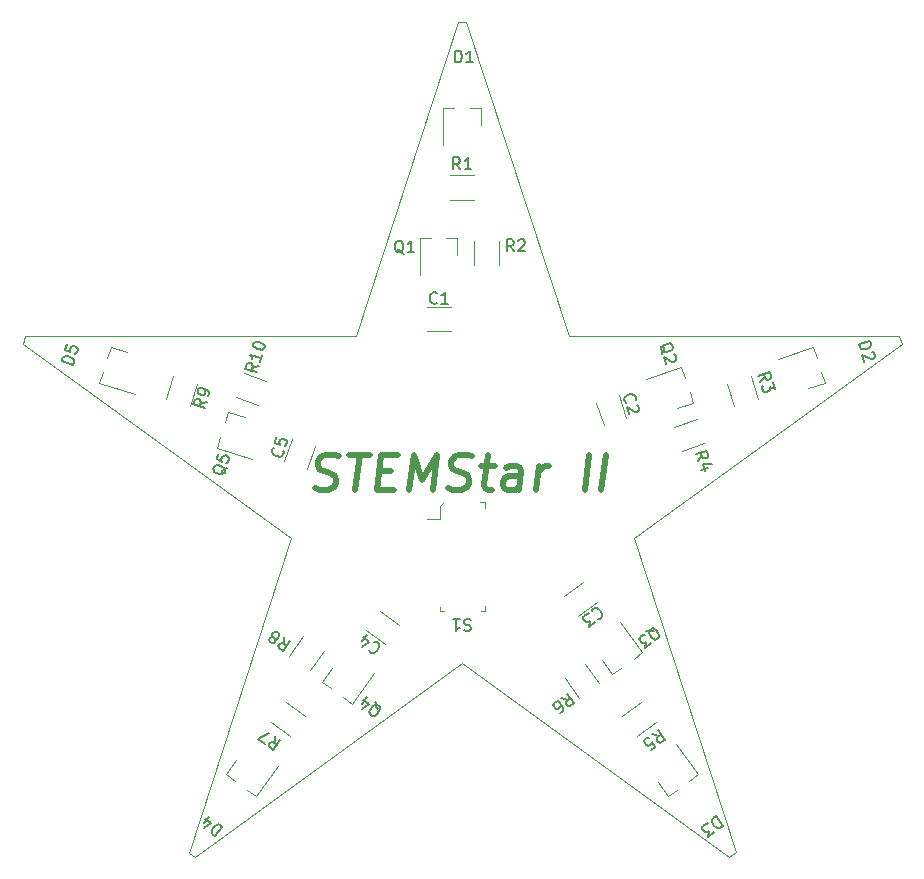
<source format=gto>
G04 #@! TF.GenerationSoftware,KiCad,Pcbnew,(5.0.0)*
G04 #@! TF.CreationDate,2018-11-25T22:53:09-05:00*
G04 #@! TF.ProjectId,Blink_Badge,426C696E6B5F42616467652E6B696361,B*
G04 #@! TF.SameCoordinates,Original*
G04 #@! TF.FileFunction,Legend,Top*
G04 #@! TF.FilePolarity,Positive*
%FSLAX46Y46*%
G04 Gerber Fmt 4.6, Leading zero omitted, Abs format (unit mm)*
G04 Created by KiCad (PCBNEW (5.0.0)) date 11/25/18 22:53:09*
%MOMM*%
%LPD*%
G01*
G04 APERTURE LIST*
%ADD10C,0.100000*%
%ADD11C,0.500000*%
%ADD12C,0.120000*%
%ADD13C,0.150000*%
G04 APERTURE END LIST*
D10*
X159900000Y-140450000D02*
X160475000Y-140025000D01*
X114100000Y-140075000D02*
X114625000Y-140475000D01*
X100250000Y-96350000D02*
X100050000Y-96975000D01*
X136950000Y-69700000D02*
X137625000Y-69700000D01*
X174250000Y-96350000D02*
X174475000Y-97025000D01*
X174250000Y-96350000D02*
X146290000Y-96345000D01*
D11*
X124789553Y-109214285D02*
X125200267Y-109357142D01*
X125914553Y-109357142D01*
X126218125Y-109214285D01*
X126378839Y-109071428D01*
X126557410Y-108785714D01*
X126593125Y-108500000D01*
X126485982Y-108214285D01*
X126360982Y-108071428D01*
X126093125Y-107928571D01*
X125539553Y-107785714D01*
X125271696Y-107642857D01*
X125146696Y-107500000D01*
X125039553Y-107214285D01*
X125075267Y-106928571D01*
X125253839Y-106642857D01*
X125414553Y-106500000D01*
X125718125Y-106357142D01*
X126432410Y-106357142D01*
X126843125Y-106500000D01*
X127718125Y-106357142D02*
X129432410Y-106357142D01*
X128200267Y-109357142D02*
X128575267Y-106357142D01*
X130253839Y-107785714D02*
X131253839Y-107785714D01*
X131485982Y-109357142D02*
X130057410Y-109357142D01*
X130432410Y-106357142D01*
X131860982Y-106357142D01*
X132771696Y-109357142D02*
X133146696Y-106357142D01*
X133878839Y-108500000D01*
X135146696Y-106357142D01*
X134771696Y-109357142D01*
X136075267Y-109214285D02*
X136485982Y-109357142D01*
X137200267Y-109357142D01*
X137503839Y-109214285D01*
X137664553Y-109071428D01*
X137843125Y-108785714D01*
X137878839Y-108500000D01*
X137771696Y-108214285D01*
X137646696Y-108071428D01*
X137378839Y-107928571D01*
X136825267Y-107785714D01*
X136557410Y-107642857D01*
X136432410Y-107500000D01*
X136325267Y-107214285D01*
X136360982Y-106928571D01*
X136539553Y-106642857D01*
X136700267Y-106500000D01*
X137003839Y-106357142D01*
X137718125Y-106357142D01*
X138128839Y-106500000D01*
X138878839Y-107357142D02*
X140021696Y-107357142D01*
X139432410Y-106357142D02*
X139110982Y-108928571D01*
X139218125Y-109214285D01*
X139485982Y-109357142D01*
X139771696Y-109357142D01*
X142057410Y-109357142D02*
X142253839Y-107785714D01*
X142146696Y-107500000D01*
X141878839Y-107357142D01*
X141307410Y-107357142D01*
X141003839Y-107500000D01*
X142075267Y-109214285D02*
X141771696Y-109357142D01*
X141057410Y-109357142D01*
X140789553Y-109214285D01*
X140682410Y-108928571D01*
X140718125Y-108642857D01*
X140896696Y-108357142D01*
X141200267Y-108214285D01*
X141914553Y-108214285D01*
X142218125Y-108071428D01*
X143485982Y-109357142D02*
X143735982Y-107357142D01*
X143664553Y-107928571D02*
X143843125Y-107642857D01*
X144003839Y-107500000D01*
X144307410Y-107357142D01*
X144593125Y-107357142D01*
X147628839Y-109357142D02*
X148003839Y-106357142D01*
X149057410Y-109357142D02*
X149432410Y-106357142D01*
D10*
X137290000Y-123995000D02*
X114625000Y-140475000D01*
X159900000Y-140450000D02*
X137290000Y-123995000D01*
X151840000Y-113445000D02*
X160475000Y-140025000D01*
X174475000Y-97025000D02*
X151840000Y-113445000D01*
X122740000Y-113445000D02*
X114100000Y-140075000D01*
X100050000Y-96975000D02*
X122740000Y-113445000D01*
X128290000Y-96345000D02*
X100250000Y-96350000D01*
X136950000Y-69700000D02*
X128290000Y-96345000D01*
X137625000Y-69700000D02*
X146290000Y-96345000D01*
G04 #@! TO.C,S1*
X135740000Y-110375000D02*
X135365000Y-110725000D01*
X135365000Y-110725000D02*
X135365000Y-111825000D01*
X135365000Y-111825000D02*
X134315000Y-111825000D01*
X139215000Y-110850000D02*
X139215000Y-110375000D01*
X139215000Y-110375000D02*
X138815000Y-110375000D01*
X135740000Y-119625000D02*
X135365000Y-119625000D01*
X135365000Y-119625000D02*
X135365000Y-119275000D01*
X139215000Y-119225000D02*
X139215000Y-119625000D01*
X139215000Y-119625000D02*
X138840000Y-119625000D01*
D12*
G04 #@! TO.C,C1*
X134300000Y-95920000D02*
X136300000Y-95920000D01*
X136300000Y-93880000D02*
X134300000Y-93880000D01*
G04 #@! TO.C,C2*
X151179095Y-103235859D02*
X150561061Y-101333746D01*
X148620905Y-101964141D02*
X149238939Y-103866254D01*
G04 #@! TO.C,C3*
X147509476Y-117187017D02*
X145891442Y-118362588D01*
X147090524Y-120012983D02*
X148708558Y-118837412D01*
G04 #@! TO.C,C4*
X129091442Y-121237412D02*
X130709476Y-122412983D01*
X131908558Y-120762588D02*
X130290524Y-119587017D01*
G04 #@! TO.C,C5*
X124161061Y-107566254D02*
X124779095Y-105664141D01*
X122838939Y-105033746D02*
X122220905Y-106935859D01*
G04 #@! TO.C,R7*
X122680087Y-130203433D02*
X121062053Y-129027863D01*
X122319913Y-127296567D02*
X123937947Y-128472137D01*
G04 #@! TO.C,R1*
X138250000Y-84820000D02*
X136250000Y-84820000D01*
X136250000Y-82680000D02*
X138250000Y-82680000D01*
G04 #@! TO.C,R3*
X161708613Y-99718295D02*
X162326647Y-101620408D01*
X160291387Y-102281705D02*
X159673353Y-100379592D01*
G04 #@! TO.C,R4*
X155218295Y-103991387D02*
X157120408Y-103373353D01*
X157781705Y-105408613D02*
X155879592Y-106026647D01*
G04 #@! TO.C,R5*
X153687947Y-129027863D02*
X152069913Y-130203433D01*
X150812053Y-128472137D02*
X152430087Y-127296567D01*
G04 #@! TO.C,R9*
X114826647Y-100379592D02*
X114208613Y-102281705D01*
X112173353Y-101620408D02*
X112791387Y-99718295D01*
G04 #@! TO.C,R8*
X122646567Y-123380087D02*
X123822137Y-121762053D01*
X125553433Y-123019913D02*
X124377863Y-124637947D01*
G04 #@! TO.C,R6*
X147677863Y-124062053D02*
X148853433Y-125680087D01*
X147122137Y-126937947D02*
X145946567Y-125319913D01*
G04 #@! TO.C,R10*
X118779592Y-99473353D02*
X120681705Y-100091387D01*
X120020408Y-102126647D02*
X118118295Y-101508613D01*
G04 #@! TO.C,R2*
X138230000Y-90300000D02*
X138230000Y-88300000D01*
X140370000Y-88300000D02*
X140370000Y-90300000D01*
G04 #@! TO.C,D1*
X138830000Y-76990000D02*
X138830000Y-78450000D01*
X135670000Y-76990000D02*
X135670000Y-80150000D01*
X135670000Y-76990000D02*
X136600000Y-76990000D01*
X138830000Y-76990000D02*
X137900000Y-76990000D01*
G04 #@! TO.C,D2*
X167961050Y-100267816D02*
X166572507Y-100718981D01*
X166984556Y-97262478D02*
X163979218Y-98238971D01*
X166984556Y-97262478D02*
X167271942Y-98146960D01*
X167961050Y-100267816D02*
X167673664Y-99383334D01*
G04 #@! TO.C,D3*
X154668470Y-135293554D02*
X155420856Y-134746913D01*
X157224964Y-133436152D02*
X156472578Y-133982793D01*
X157224964Y-133436152D02*
X155367562Y-130879659D01*
X154668470Y-135293554D02*
X153810303Y-134112389D01*
G04 #@! TO.C,D5*
X107515444Y-97262478D02*
X108903986Y-97713644D01*
X106538950Y-100267816D02*
X109544289Y-101244310D01*
X106538950Y-100267816D02*
X106826336Y-99383334D01*
X107515444Y-97262478D02*
X107228058Y-98146960D01*
G04 #@! TO.C,Q1*
X136830000Y-88040000D02*
X135900000Y-88040000D01*
X133670000Y-88040000D02*
X134600000Y-88040000D01*
X133670000Y-88040000D02*
X133670000Y-91200000D01*
X136830000Y-88040000D02*
X136830000Y-89500000D01*
G04 #@! TO.C,Q2*
X156811050Y-101967816D02*
X155422507Y-102418981D01*
X155834556Y-98962478D02*
X152829218Y-99938971D01*
X155834556Y-98962478D02*
X156121942Y-99846960D01*
X156811050Y-101967816D02*
X156523664Y-101083334D01*
G04 #@! TO.C,Q3*
X149968470Y-124943554D02*
X150720856Y-124396913D01*
X152524964Y-123086152D02*
X151772578Y-123632793D01*
X152524964Y-123086152D02*
X150667562Y-120529659D01*
X149968470Y-124943554D02*
X149110303Y-123762389D01*
G04 #@! TO.C,Q4*
X125375036Y-125586152D02*
X126233203Y-124404987D01*
X127931530Y-127443554D02*
X129788931Y-124887060D01*
X127931530Y-127443554D02*
X127179144Y-126896913D01*
X125375036Y-125586152D02*
X126127422Y-126132793D01*
G04 #@! TO.C,Q5*
X117465444Y-102762478D02*
X117178058Y-103646960D01*
X116488950Y-105767816D02*
X116776336Y-104883334D01*
X116488950Y-105767816D02*
X119494289Y-106744310D01*
X117465444Y-102762478D02*
X118853986Y-103213643D01*
G04 #@! TO.C,D4*
X117275036Y-133436152D02*
X118133203Y-132254987D01*
X119831530Y-135293554D02*
X121688931Y-132737060D01*
X119831530Y-135293554D02*
X119079144Y-134746913D01*
X117275036Y-133436152D02*
X118027422Y-133982793D01*
G04 #@! TD*
G04 #@! TO.C,S1*
D13*
X138011904Y-120345238D02*
X137869047Y-120297619D01*
X137630952Y-120297619D01*
X137535714Y-120345238D01*
X137488095Y-120392857D01*
X137440476Y-120488095D01*
X137440476Y-120583333D01*
X137488095Y-120678571D01*
X137535714Y-120726190D01*
X137630952Y-120773809D01*
X137821428Y-120821428D01*
X137916666Y-120869047D01*
X137964285Y-120916666D01*
X138011904Y-121011904D01*
X138011904Y-121107142D01*
X137964285Y-121202380D01*
X137916666Y-121250000D01*
X137821428Y-121297619D01*
X137583333Y-121297619D01*
X137440476Y-121250000D01*
X136488095Y-120297619D02*
X137059523Y-120297619D01*
X136773809Y-120297619D02*
X136773809Y-121297619D01*
X136869047Y-121154761D01*
X136964285Y-121059523D01*
X137059523Y-121011904D01*
G04 #@! TO.C,C1*
X135133333Y-93507142D02*
X135085714Y-93554761D01*
X134942857Y-93602380D01*
X134847619Y-93602380D01*
X134704761Y-93554761D01*
X134609523Y-93459523D01*
X134561904Y-93364285D01*
X134514285Y-93173809D01*
X134514285Y-93030952D01*
X134561904Y-92840476D01*
X134609523Y-92745238D01*
X134704761Y-92650000D01*
X134847619Y-92602380D01*
X134942857Y-92602380D01*
X135085714Y-92650000D01*
X135133333Y-92697619D01*
X136085714Y-93602380D02*
X135514285Y-93602380D01*
X135800000Y-93602380D02*
X135800000Y-92602380D01*
X135704761Y-92745238D01*
X135609523Y-92840476D01*
X135514285Y-92888095D01*
G04 #@! TO.C,C2*
X151173183Y-102011073D02*
X151113179Y-101980500D01*
X151023745Y-101859350D01*
X150994315Y-101768773D01*
X150995458Y-101618193D01*
X151056605Y-101498186D01*
X151132467Y-101423467D01*
X151298905Y-101319318D01*
X151434770Y-101275173D01*
X151630639Y-101261601D01*
X151735931Y-101277459D01*
X151855938Y-101338606D01*
X151945372Y-101459756D01*
X151974802Y-101550333D01*
X151973659Y-101700913D01*
X151943086Y-101760917D01*
X152060806Y-102123224D02*
X152120810Y-102153797D01*
X152195528Y-102229659D01*
X152269104Y-102456101D01*
X152253246Y-102561393D01*
X152222672Y-102621396D01*
X152146811Y-102696115D01*
X152056234Y-102725545D01*
X151905653Y-102724402D01*
X151185611Y-102357522D01*
X151376908Y-102946272D01*
G04 #@! TO.C,C3*
X148253536Y-119628881D02*
X148264071Y-119562366D01*
X148351655Y-119439872D01*
X148428705Y-119383893D01*
X148572268Y-119338448D01*
X148705297Y-119359518D01*
X148799801Y-119408577D01*
X148950285Y-119534686D01*
X149034254Y-119650260D01*
X149107689Y-119832348D01*
X149125144Y-119937387D01*
X149104074Y-120070416D01*
X149016490Y-120192910D01*
X148939441Y-120248889D01*
X148795877Y-120294334D01*
X148729363Y-120283799D01*
X148515670Y-120556777D02*
X148014850Y-120920644D01*
X148060604Y-120416519D01*
X147945030Y-120500488D01*
X147839991Y-120517943D01*
X147773477Y-120507408D01*
X147678972Y-120458348D01*
X147539024Y-120265725D01*
X147521569Y-120160686D01*
X147532103Y-120094172D01*
X147581163Y-119999668D01*
X147812311Y-119831729D01*
X147917350Y-119814274D01*
X147983864Y-119824809D01*
G04 #@! TO.C,C4*
X129816135Y-122224809D02*
X129882649Y-122214274D01*
X130026213Y-122259719D01*
X130103262Y-122315698D01*
X130190846Y-122438192D01*
X130211916Y-122571221D01*
X130194461Y-122676260D01*
X130121027Y-122858348D01*
X130037057Y-122973922D01*
X129886574Y-123100031D01*
X129792069Y-123149090D01*
X129659041Y-123170160D01*
X129515477Y-123124715D01*
X129438428Y-123068736D01*
X129350844Y-122946242D01*
X129340309Y-122879728D01*
X128786815Y-122183289D02*
X129178671Y-121643944D01*
X128755519Y-122631434D02*
X129367989Y-122193514D01*
X128867169Y-121829647D01*
G04 #@! TO.C,C5*
X122123811Y-106028092D02*
X122154384Y-106088096D01*
X122155527Y-106238676D01*
X122126097Y-106329253D01*
X122036663Y-106450403D01*
X121916656Y-106511549D01*
X121811364Y-106527408D01*
X121615496Y-106513836D01*
X121479630Y-106469690D01*
X121313192Y-106365542D01*
X121237330Y-106290823D01*
X121176184Y-106170816D01*
X121175040Y-106020236D01*
X121204471Y-105929659D01*
X121293904Y-105808509D01*
X121353908Y-105777936D01*
X121542918Y-104888026D02*
X121395767Y-105340910D01*
X121833936Y-105533349D01*
X121803363Y-105473346D01*
X121787504Y-105368054D01*
X121861080Y-105141612D01*
X121935798Y-105065750D01*
X121995802Y-105035177D01*
X122101094Y-105019318D01*
X122327536Y-105092894D01*
X122403398Y-105167612D01*
X122433971Y-105227616D01*
X122449829Y-105332908D01*
X122376254Y-105559350D01*
X122301535Y-105635212D01*
X122241531Y-105665785D01*
G04 #@! TO.C,R7*
X121400739Y-130231980D02*
X121390513Y-130813154D01*
X121863034Y-130567857D02*
X121275249Y-131376874D01*
X120967052Y-131152956D01*
X120917992Y-131058452D01*
X120907457Y-130991937D01*
X120924912Y-130886898D01*
X121008882Y-130771324D01*
X121103386Y-130722265D01*
X121169900Y-130711730D01*
X121274939Y-130729185D01*
X121583136Y-130953103D01*
X120543281Y-130845068D02*
X120003936Y-130453212D01*
X120938443Y-129896103D01*
G04 #@! TO.C,R1*
X137083333Y-82202380D02*
X136750000Y-81726190D01*
X136511904Y-82202380D02*
X136511904Y-81202380D01*
X136892857Y-81202380D01*
X136988095Y-81250000D01*
X137035714Y-81297619D01*
X137083333Y-81392857D01*
X137083333Y-81535714D01*
X137035714Y-81630952D01*
X136988095Y-81678571D01*
X136892857Y-81726190D01*
X136511904Y-81726190D01*
X138035714Y-82202380D02*
X137464285Y-82202380D01*
X137750000Y-82202380D02*
X137750000Y-81202380D01*
X137654761Y-81345238D01*
X137559523Y-81440476D01*
X137464285Y-81488095D01*
G04 #@! TO.C,R3*
X162518257Y-100231283D02*
X162868135Y-99767114D01*
X162341676Y-99687823D02*
X163292732Y-99378806D01*
X163410453Y-99741113D01*
X163394595Y-99846405D01*
X163364021Y-99906408D01*
X163288160Y-99981127D01*
X163152294Y-100025272D01*
X163047003Y-100009414D01*
X162986999Y-99978841D01*
X162912280Y-99902979D01*
X162794560Y-99540672D01*
X163572319Y-100239285D02*
X163763615Y-100828035D01*
X163298302Y-100628737D01*
X163342448Y-100764602D01*
X163326589Y-100869894D01*
X163296016Y-100929897D01*
X163220154Y-101004616D01*
X162993712Y-101078191D01*
X162888420Y-101062333D01*
X162828417Y-101031760D01*
X162753698Y-100955898D01*
X162665408Y-100684168D01*
X162681266Y-100578876D01*
X162711839Y-100518872D01*
G04 #@! TO.C,R4*
X157218257Y-106881283D02*
X157568135Y-106417114D01*
X157041676Y-106337823D02*
X157992732Y-106028806D01*
X158110453Y-106391113D01*
X158094595Y-106496405D01*
X158064021Y-106556408D01*
X157988160Y-106631127D01*
X157852294Y-106675272D01*
X157747003Y-106659414D01*
X157686999Y-106628841D01*
X157612280Y-106552979D01*
X157494560Y-106190672D01*
X158117166Y-107490463D02*
X157483129Y-107696475D01*
X158405898Y-107146301D02*
X157652996Y-107140585D01*
X157844293Y-107729334D01*
G04 #@! TO.C,R5*
X153368933Y-130036051D02*
X153918503Y-130225369D01*
X153831228Y-129700174D02*
X154419013Y-130509191D01*
X154110817Y-130733109D01*
X154005778Y-130750564D01*
X153939263Y-130740029D01*
X153844759Y-130690970D01*
X153760790Y-130575396D01*
X153743335Y-130470357D01*
X153753870Y-130403843D01*
X153802929Y-130309339D01*
X154111126Y-130085420D01*
X153224750Y-131376874D02*
X153609996Y-131096976D01*
X153368623Y-130683740D01*
X153358089Y-130750255D01*
X153309029Y-130844759D01*
X153116406Y-130984708D01*
X153011367Y-131002163D01*
X152944853Y-130991628D01*
X152850348Y-130942568D01*
X152710400Y-130749945D01*
X152692945Y-130644906D01*
X152703479Y-130578392D01*
X152752539Y-130483888D01*
X152945162Y-130343939D01*
X153050201Y-130326484D01*
X153116715Y-130337019D01*
G04 #@! TO.C,R9*
X115638192Y-101869983D02*
X115082302Y-102039851D01*
X115461610Y-102413444D02*
X114510554Y-102104427D01*
X114628275Y-101742120D01*
X114702993Y-101666258D01*
X114762997Y-101635685D01*
X114868289Y-101619827D01*
X115004154Y-101663972D01*
X115080016Y-101738691D01*
X115110589Y-101798694D01*
X115126447Y-101903986D01*
X115008726Y-102266293D01*
X115785342Y-101417099D02*
X115844203Y-101235946D01*
X115828345Y-101130654D01*
X115797771Y-101070650D01*
X115691336Y-100935928D01*
X115524898Y-100831779D01*
X115162591Y-100714059D01*
X115057299Y-100729917D01*
X114997295Y-100760490D01*
X114922577Y-100836352D01*
X114863716Y-101017505D01*
X114879574Y-101122797D01*
X114910148Y-101182801D01*
X114986009Y-101257519D01*
X115212451Y-101331095D01*
X115317743Y-101315237D01*
X115377747Y-101284663D01*
X115452465Y-101208802D01*
X115511326Y-101027648D01*
X115495468Y-100922356D01*
X115464894Y-100862353D01*
X115389033Y-100787634D01*
G04 #@! TO.C,R8*
X122200739Y-121831980D02*
X122190513Y-122413154D01*
X122663034Y-122167857D02*
X122075249Y-122976874D01*
X121767052Y-122752956D01*
X121717992Y-122658452D01*
X121707457Y-122591937D01*
X121724912Y-122486898D01*
X121808882Y-122371324D01*
X121903386Y-122322265D01*
X121969900Y-122311730D01*
X122074939Y-122329185D01*
X122383136Y-122553103D01*
X121402566Y-121958398D02*
X121451625Y-122052902D01*
X121462160Y-122119417D01*
X121444705Y-122224456D01*
X121416715Y-122262980D01*
X121322211Y-122312040D01*
X121255697Y-122322574D01*
X121150658Y-122305120D01*
X120996559Y-122193160D01*
X120947500Y-122098656D01*
X120936965Y-122032142D01*
X120954420Y-121927103D01*
X120982410Y-121888578D01*
X121076914Y-121839519D01*
X121143428Y-121828984D01*
X121248467Y-121846439D01*
X121402566Y-121958398D01*
X121507605Y-121975853D01*
X121574119Y-121965318D01*
X121668623Y-121916259D01*
X121780582Y-121762160D01*
X121798037Y-121657121D01*
X121787503Y-121590607D01*
X121738443Y-121496103D01*
X121584345Y-121384143D01*
X121479306Y-121366689D01*
X121412791Y-121377223D01*
X121318287Y-121426283D01*
X121206328Y-121580381D01*
X121188873Y-121685420D01*
X121199408Y-121751935D01*
X121248467Y-121846439D01*
G04 #@! TO.C,R6*
X145668933Y-126936051D02*
X146218503Y-127125369D01*
X146131228Y-126600174D02*
X146719013Y-127409191D01*
X146410817Y-127633109D01*
X146305778Y-127650564D01*
X146239263Y-127640029D01*
X146144759Y-127590970D01*
X146060790Y-127475396D01*
X146043335Y-127370357D01*
X146053870Y-127303843D01*
X146102929Y-127209339D01*
X146411126Y-126985420D01*
X145563275Y-128248884D02*
X145717373Y-128136925D01*
X145766433Y-128042421D01*
X145776968Y-127975907D01*
X145770048Y-127804353D01*
X145696613Y-127622265D01*
X145472695Y-127314068D01*
X145378191Y-127265009D01*
X145311676Y-127254474D01*
X145206637Y-127271929D01*
X145052539Y-127383888D01*
X145003479Y-127478392D01*
X144992945Y-127544906D01*
X145010400Y-127649945D01*
X145150348Y-127842568D01*
X145244853Y-127891628D01*
X145311367Y-127902163D01*
X145416406Y-127884708D01*
X145570504Y-127772749D01*
X145619564Y-127678245D01*
X145630099Y-127611730D01*
X145612644Y-127506691D01*
G04 #@! TO.C,R10*
X120031586Y-98851186D02*
X119475696Y-99021054D01*
X119855004Y-99394647D02*
X118903948Y-99085630D01*
X119021669Y-98723323D01*
X119096387Y-98647461D01*
X119156391Y-98616888D01*
X119261683Y-98601030D01*
X119397548Y-98645175D01*
X119473410Y-98719894D01*
X119503983Y-98779897D01*
X119519841Y-98885189D01*
X119402120Y-99247496D01*
X120325887Y-97945418D02*
X120149306Y-98488879D01*
X120237597Y-98217149D02*
X119286540Y-97908132D01*
X119392975Y-98042854D01*
X119454122Y-98162861D01*
X119469980Y-98268153D01*
X119566127Y-97047652D02*
X119595557Y-96957075D01*
X119670276Y-96881213D01*
X119730279Y-96850640D01*
X119835571Y-96834782D01*
X120031440Y-96848354D01*
X120257882Y-96921929D01*
X120424321Y-97026078D01*
X120500182Y-97100797D01*
X120530756Y-97160800D01*
X120546614Y-97266092D01*
X120517184Y-97356669D01*
X120442465Y-97432531D01*
X120382462Y-97463104D01*
X120277170Y-97478962D01*
X120081301Y-97465390D01*
X119854859Y-97391815D01*
X119688420Y-97287666D01*
X119612559Y-97212947D01*
X119581985Y-97152944D01*
X119566127Y-97047652D01*
G04 #@! TO.C,R2*
X141633333Y-89152380D02*
X141300000Y-88676190D01*
X141061904Y-89152380D02*
X141061904Y-88152380D01*
X141442857Y-88152380D01*
X141538095Y-88200000D01*
X141585714Y-88247619D01*
X141633333Y-88342857D01*
X141633333Y-88485714D01*
X141585714Y-88580952D01*
X141538095Y-88628571D01*
X141442857Y-88676190D01*
X141061904Y-88676190D01*
X142014285Y-88247619D02*
X142061904Y-88200000D01*
X142157142Y-88152380D01*
X142395238Y-88152380D01*
X142490476Y-88200000D01*
X142538095Y-88247619D01*
X142585714Y-88342857D01*
X142585714Y-88438095D01*
X142538095Y-88580952D01*
X141966666Y-89152380D01*
X142585714Y-89152380D01*
G04 #@! TO.C,D1*
X136661904Y-73152380D02*
X136661904Y-72152380D01*
X136900000Y-72152380D01*
X137042857Y-72200000D01*
X137138095Y-72295238D01*
X137185714Y-72390476D01*
X137233333Y-72580952D01*
X137233333Y-72723809D01*
X137185714Y-72914285D01*
X137138095Y-73009523D01*
X137042857Y-73104761D01*
X136900000Y-73152380D01*
X136661904Y-73152380D01*
X138185714Y-73152380D02*
X137614285Y-73152380D01*
X137900000Y-73152380D02*
X137900000Y-72152380D01*
X137804761Y-72295238D01*
X137709523Y-72390476D01*
X137614285Y-72438095D01*
G04 #@! TO.C,D2*
X170841676Y-97037823D02*
X171792732Y-96728806D01*
X171866308Y-96955248D01*
X171865165Y-97105828D01*
X171804018Y-97225835D01*
X171728156Y-97300554D01*
X171561718Y-97404702D01*
X171425852Y-97448848D01*
X171229984Y-97462420D01*
X171124692Y-97446561D01*
X171004685Y-97385415D01*
X170915251Y-97264265D01*
X170841676Y-97037823D01*
X171996457Y-97664004D02*
X172056461Y-97694577D01*
X172131179Y-97770439D01*
X172204755Y-97996881D01*
X172188897Y-98102173D01*
X172158323Y-98162176D01*
X172082462Y-98236895D01*
X171991885Y-98266325D01*
X171841304Y-98265182D01*
X171121262Y-97898302D01*
X171312559Y-98487052D01*
G04 #@! TO.C,D3*
X158731228Y-137000174D02*
X159319013Y-137809191D01*
X159126390Y-137949140D01*
X158982827Y-137994585D01*
X158849798Y-137973515D01*
X158755294Y-137924456D01*
X158604810Y-137798347D01*
X158520841Y-137682773D01*
X158447406Y-137500685D01*
X158429951Y-137395646D01*
X158451021Y-137262617D01*
X158538605Y-137140123D01*
X158731228Y-137000174D01*
X158587046Y-138340997D02*
X158086226Y-138704864D01*
X158131980Y-138200739D01*
X158016406Y-138284708D01*
X157911367Y-138302163D01*
X157844853Y-138291628D01*
X157750348Y-138242568D01*
X157610400Y-138049945D01*
X157592945Y-137944906D01*
X157603479Y-137878392D01*
X157652539Y-137783888D01*
X157883687Y-137615949D01*
X157988726Y-137598494D01*
X158055240Y-137609029D01*
G04 #@! TO.C,D5*
X104302155Y-98741763D02*
X103351099Y-98432746D01*
X103424674Y-98206304D01*
X103514108Y-98085154D01*
X103634115Y-98024007D01*
X103739407Y-98008149D01*
X103935276Y-98021721D01*
X104071141Y-98065866D01*
X104237579Y-98170015D01*
X104313441Y-98244734D01*
X104374588Y-98364741D01*
X104375731Y-98515321D01*
X104302155Y-98741763D01*
X103807267Y-97028806D02*
X103660116Y-97481690D01*
X104098285Y-97674129D01*
X104067712Y-97614126D01*
X104051853Y-97508834D01*
X104125429Y-97282392D01*
X104200147Y-97206530D01*
X104260151Y-97175957D01*
X104365443Y-97160098D01*
X104591885Y-97233674D01*
X104667747Y-97308392D01*
X104698320Y-97368396D01*
X104714178Y-97473688D01*
X104640603Y-97700130D01*
X104565884Y-97775992D01*
X104505880Y-97806565D01*
G04 #@! TO.C,Q1*
X132304761Y-89347619D02*
X132209523Y-89300000D01*
X132114285Y-89204761D01*
X131971428Y-89061904D01*
X131876190Y-89014285D01*
X131780952Y-89014285D01*
X131828571Y-89252380D02*
X131733333Y-89204761D01*
X131638095Y-89109523D01*
X131590476Y-88919047D01*
X131590476Y-88585714D01*
X131638095Y-88395238D01*
X131733333Y-88300000D01*
X131828571Y-88252380D01*
X132019047Y-88252380D01*
X132114285Y-88300000D01*
X132209523Y-88395238D01*
X132257142Y-88585714D01*
X132257142Y-88919047D01*
X132209523Y-89109523D01*
X132114285Y-89204761D01*
X132019047Y-89252380D01*
X131828571Y-89252380D01*
X133209523Y-89252380D02*
X132638095Y-89252380D01*
X132923809Y-89252380D02*
X132923809Y-88252380D01*
X132828571Y-88395238D01*
X132733333Y-88490476D01*
X132638095Y-88538095D01*
G04 #@! TO.C,Q2*
X154149753Y-97878646D02*
X154165611Y-97773354D01*
X154226757Y-97653347D01*
X154318477Y-97473337D01*
X154334336Y-97368045D01*
X154304905Y-97277468D01*
X154093179Y-97396332D02*
X154109037Y-97291040D01*
X154170183Y-97171033D01*
X154336622Y-97066884D01*
X154653641Y-96963879D01*
X154849509Y-96950307D01*
X154969516Y-97011453D01*
X155044235Y-97087315D01*
X155103095Y-97268469D01*
X155087237Y-97373761D01*
X155026091Y-97493768D01*
X154859652Y-97597916D01*
X154542633Y-97700922D01*
X154346764Y-97714494D01*
X154226757Y-97653347D01*
X154152039Y-97577486D01*
X154093179Y-97396332D01*
X155203815Y-97886648D02*
X155263818Y-97917221D01*
X155338537Y-97993083D01*
X155412112Y-98219525D01*
X155396254Y-98324817D01*
X155365681Y-98384821D01*
X155289819Y-98459539D01*
X155199242Y-98488969D01*
X155048662Y-98487826D01*
X154328620Y-98120947D01*
X154519916Y-98709696D01*
G04 #@! TO.C,Q3*
X152855166Y-121300987D02*
X152960205Y-121283532D01*
X153093234Y-121304602D01*
X153292777Y-121336206D01*
X153397816Y-121318751D01*
X153474866Y-121262772D01*
X153296392Y-121098138D02*
X153401431Y-121080683D01*
X153534460Y-121101753D01*
X153684944Y-121227862D01*
X153880872Y-121497534D01*
X153954306Y-121679622D01*
X153933237Y-121812651D01*
X153884177Y-121907155D01*
X153730079Y-122019114D01*
X153625040Y-122036569D01*
X153492011Y-122015500D01*
X153341527Y-121889391D01*
X153145599Y-121619719D01*
X153072164Y-121437630D01*
X153093234Y-121304602D01*
X153142294Y-121210097D01*
X153296392Y-121098138D01*
X153267783Y-122354992D02*
X152766963Y-122718859D01*
X152812718Y-122214733D01*
X152697144Y-122298703D01*
X152592105Y-122316158D01*
X152525590Y-122305623D01*
X152431086Y-122256563D01*
X152291137Y-122063940D01*
X152273682Y-121958901D01*
X152284217Y-121892387D01*
X152333277Y-121797883D01*
X152564424Y-121629944D01*
X152669463Y-121612489D01*
X152735978Y-121623024D01*
G04 #@! TO.C,Q4*
X129898931Y-127312946D02*
X129947991Y-127407450D01*
X129969060Y-127540479D01*
X130000665Y-127740022D01*
X130049724Y-127834526D01*
X130126774Y-127890506D01*
X130228198Y-127669893D02*
X130277257Y-127764397D01*
X130298327Y-127897426D01*
X130224892Y-128079514D01*
X130028964Y-128349186D01*
X129878480Y-128475295D01*
X129745452Y-128496365D01*
X129640413Y-128478910D01*
X129486314Y-128366951D01*
X129437255Y-128272447D01*
X129416185Y-128139418D01*
X129489619Y-127957330D01*
X129685548Y-127687657D01*
X129836032Y-127561549D01*
X129969060Y-127540479D01*
X130074099Y-127557934D01*
X130228198Y-127669893D01*
X128796176Y-127453514D02*
X129188033Y-126914169D01*
X128764881Y-127901659D02*
X129377351Y-127463739D01*
X128876531Y-127099872D01*
G04 #@! TO.C,Q5*
X117391386Y-107459800D02*
X117316667Y-107535662D01*
X117196660Y-107596808D01*
X117016650Y-107688528D01*
X116941931Y-107764390D01*
X116912501Y-107854967D01*
X117153658Y-107883254D02*
X117078940Y-107959115D01*
X116958933Y-108020262D01*
X116763064Y-108006690D01*
X116446045Y-107903684D01*
X116279607Y-107799536D01*
X116218460Y-107679529D01*
X116202602Y-107574237D01*
X116261462Y-107393083D01*
X116336181Y-107317221D01*
X116456188Y-107256075D01*
X116652056Y-107269647D01*
X116969075Y-107372652D01*
X117135514Y-107476801D01*
X117196660Y-107596808D01*
X117212519Y-107702100D01*
X117153658Y-107883254D01*
X116614624Y-106306161D02*
X116467473Y-106759045D01*
X116905642Y-106951485D01*
X116875069Y-106891481D01*
X116859211Y-106786189D01*
X116932786Y-106559747D01*
X117007505Y-106483886D01*
X117067508Y-106453312D01*
X117172800Y-106437454D01*
X117399242Y-106511030D01*
X117475104Y-106585748D01*
X117505677Y-106645752D01*
X117521536Y-106751044D01*
X117447960Y-106977486D01*
X117373242Y-107053347D01*
X117313238Y-107083921D01*
G04 #@! TO.C,D4*
X116963034Y-137867857D02*
X116375249Y-138676874D01*
X116182626Y-138536925D01*
X116095042Y-138414431D01*
X116073972Y-138281403D01*
X116091427Y-138176364D01*
X116164861Y-137994275D01*
X116248831Y-137878701D01*
X116399314Y-137752593D01*
X116493818Y-137703533D01*
X116626847Y-137682464D01*
X116770411Y-137727908D01*
X116963034Y-137867857D01*
X115415439Y-137567509D02*
X115807295Y-137028164D01*
X115384143Y-138015654D02*
X115996613Y-137577734D01*
X115495793Y-137213867D01*
G04 #@! TD*
M02*

</source>
